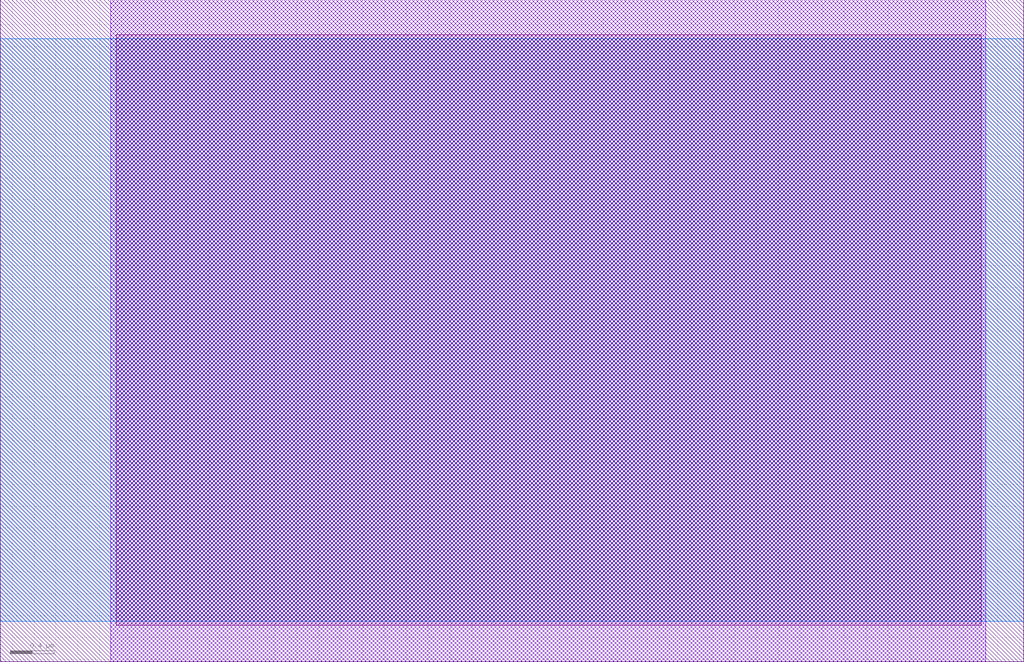
<source format=lef>
VERSION 5.7 ;
  NOWIREEXTENSIONATPIN ON ;
  DIVIDERCHAR "/" ;
  BUSBITCHARS "[]" ;
UNITS
  DATABASE MICRONS 200 ;
END UNITS

LAYER via2
  TYPE CUT ;
END via2

LAYER via
  TYPE CUT ;
END via

LAYER nwell
  TYPE MASTERSLICE ;
END nwell

LAYER via3
  TYPE CUT ;
END via3

LAYER pwell
  TYPE MASTERSLICE ;
END pwell

LAYER via4
  TYPE CUT ;
END via4

LAYER mcon
  TYPE CUT ;
END mcon

LAYER met6
  TYPE ROUTING ;
  WIDTH 0.030000 ;
  SPACING 0.040000 ;
  DIRECTION HORIZONTAL ;
END met6

LAYER met1
  TYPE ROUTING ;
  WIDTH 0.140000 ;
  SPACING 0.140000 ;
  DIRECTION HORIZONTAL ;
END met1

LAYER met3
  TYPE ROUTING ;
  WIDTH 0.300000 ;
  SPACING 0.300000 ;
  DIRECTION HORIZONTAL ;
END met3

LAYER met2
  TYPE ROUTING ;
  WIDTH 0.140000 ;
  SPACING 0.140000 ;
  DIRECTION HORIZONTAL ;
END met2

LAYER met4
  TYPE ROUTING ;
  WIDTH 0.300000 ;
  SPACING 0.300000 ;
  DIRECTION HORIZONTAL ;
END met4

LAYER met5
  TYPE ROUTING ;
  WIDTH 1.600000 ;
  SPACING 1.600000 ;
  DIRECTION HORIZONTAL ;
END met5

LAYER li1
  TYPE ROUTING ;
  WIDTH 0.170000 ;
  SPACING 0.170000 ;
  DIRECTION HORIZONTAL ;
END li1

MACRO sky130_hilas_swc4x1cellOverlap2
  CLASS BLOCK ;
  FOREIGN sky130_hilas_swc4x1cellOverlap2 ;
  ORIGIN 1.910 3.820 ;
  SIZE 9.350 BY 6.050 ;
  OBS
      LAYER li1 ;
        RECT -0.850 -3.490 7.050 1.910 ;
      LAYER met1 ;
        RECT -0.900 -3.820 7.090 2.230 ;
      LAYER met2 ;
        RECT -1.910 -3.450 7.440 1.870 ;
  END
END sky130_hilas_swc4x1cellOverlap2
END LIBRARY


</source>
